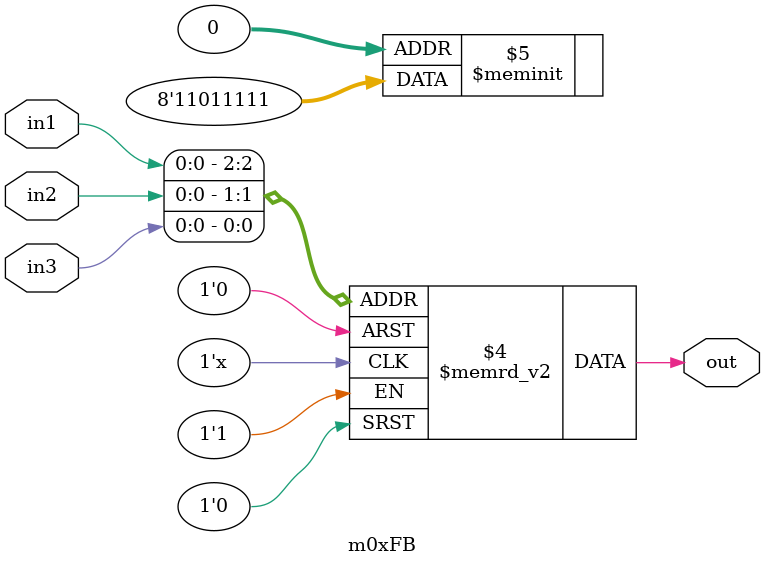
<source format=v>
module m0xFB(output out, input in1, in2, in3);

   always @(in1, in2, in3)
     begin
        case({in1, in2, in3})
          3'b000: {out} = 1'b1;
          3'b001: {out} = 1'b1;
          3'b010: {out} = 1'b1;
          3'b011: {out} = 1'b1;
          3'b100: {out} = 1'b1;
          3'b101: {out} = 1'b0;
          3'b110: {out} = 1'b1;
          3'b111: {out} = 1'b1;
        endcase // case ({in1, in2, in3})
     end // always @ (in1, in2, in3)

endmodule // m0xFB
</source>
